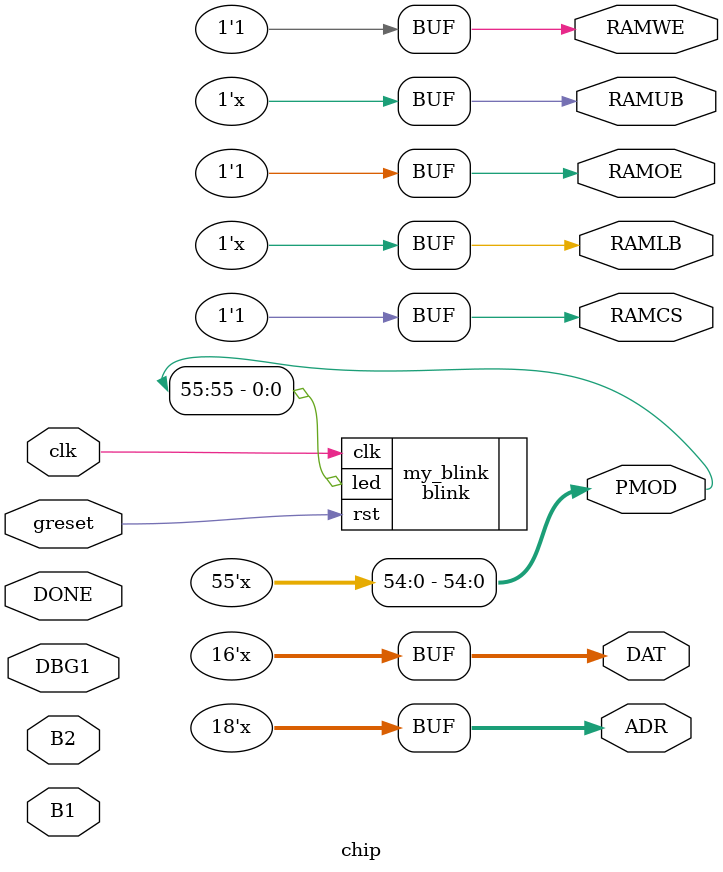
<source format=v>
/******************************************************************************
*                                                                             *
* Copyright 2016 myStorm Copyright and related                                *
* rights are licensed under the Solderpad Hardware License, Version 0.51      *
* (the “License”); you may not use this file except in compliance with        *
* the License. You may obtain a copy of the License at                        *
* http://solderpad.org/licenses/SHL-0.51. Unless required by applicable       *
* law or agreed to in writing, software, hardware and materials               *
* distributed under this License is distributed on an “AS IS” BASIS,          *
* WITHOUT WARRANTIES OR CONDITIONS OF ANY KIND, either express or             *
* implied. See the License for the specific language governing                *
* permissions and limitations under the License.                              *
*                                                                             *
******************************************************************************/
module chip (
    // 100MHz clock input
    input  clk,
    // Global internal reset connected to RTS on ch340 and also PMOD[1]
    input greset,
    // Input lines from STM32/Done can be used to signal to Ice40 logic
    input DONE, // could be used as interupt in post programming
    input DBG1, // Could be used to select coms via STM32 or RPi etc..
    // SRAM Memory lines
    output [17:0] ADR,
    output [15:0] DAT,
    output RAMOE,
    output RAMWE,
    output RAMCS,
    output RAMLB,
    output RAMUB,
    // All PMOD outputs
    output [55:0] PMOD,
    input B1,
    input B2
  );

  // SRAM signals are not use in this design, lets set them to default values
  assign ADR[17:0] = {18{1'bz}};
  assign DAT[15:0] = {16{1'bz}};
  assign RAMOE = 1'b1;
  assign RAMWE = 1'b1;
  assign RAMCS = 1'b1;
  assign RAMLB = 1'bz;
  assign RAMUB = 1'bz;


  // Set unused pmod pins to default
  assign PMOD[54:0] = {55{1'bz}};

  blink my_blink (
    .clk   (clk),
    .rst (greset),
    .led (PMOD[55])
  );

endmodule

</source>
